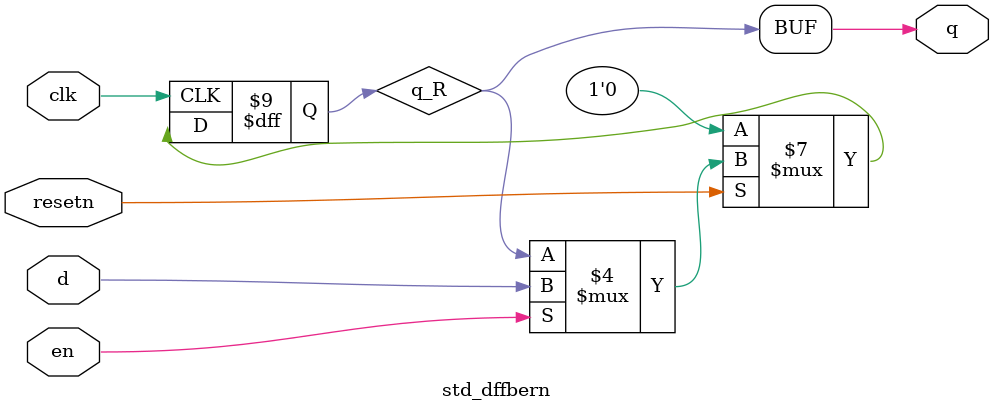
<source format=v>

module std_dffbern # ( 
    parameter                       DFF_WIDTH           = 1,
    parameter [DFF_WIDTH - 1:0]     DFF_RESET_VALUE     = 'b0
) (
    input   wire                        clk,
    input   wire                        resetn,
    input   wire [DFF_WIDTH - 1:0]      en,

    input   wire [DFF_WIDTH - 1:0]      d,
    output  wire [DFF_WIDTH - 1:0]      q
);

    reg  [DFF_WIDTH - 1:0]  q_R;

    genvar i;
    generate
        for (i = 0; i < DFF_WIDTH; i = i + 1) begin :GENERATED_SYNC_REG
            
            always @(posedge clk) begin
                
                if (~resetn) begin
                    q_R[i] <= DFF_RESET_VALUE[i];
                end
                else if (en[i]) begin
                    q_R[i] <= d[i];
                end
                else begin
                    q_R[i] <= q_R[i];
                end
            end
        end
        
    endgenerate

    assign q = q_R;

endmodule

</source>
